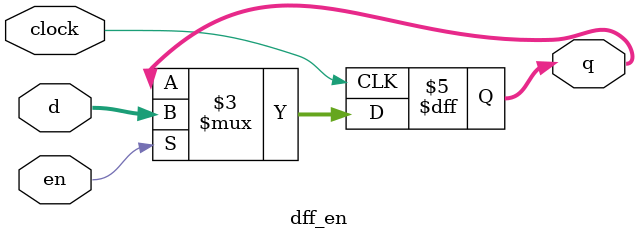
<source format=v>
module dff_en
#(
	parameter DATA_WIDTH = 32
)
(
    input   						clock,
    input   						en	 ,	
	input   	[DATA_WIDTH - 1:0] 	d	 ,
	output reg 	[DATA_WIDTH - 1:0] 	q
);

always@(posedge clock) begin
	if(en) begin
		q <= d;
	end
	else begin                                   
		q <= q;
	end
end
 
endmodule

</source>
